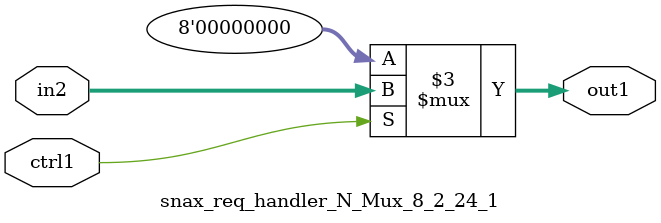
<source format=v>

`timescale 1ps / 1ps


module snax_req_handler_N_Mux_8_2_24_1( in2, ctrl1, out1 );

    input [7:0] in2;
    input ctrl1;
    output [7:0] out1;
    reg [7:0] out1;

    
    // rtl_process:snax_req_handler_N_Mux_8_2_24_1/snax_req_handler_N_Mux_8_2_24_1_thread_1
    always @*
      begin : snax_req_handler_N_Mux_8_2_24_1_thread_1
        case (ctrl1) 
          1'b1: 
            begin
              out1 = in2;
            end
          default: 
            begin
              out1 = 8'd000;
            end
        endcase
      end

endmodule



</source>
